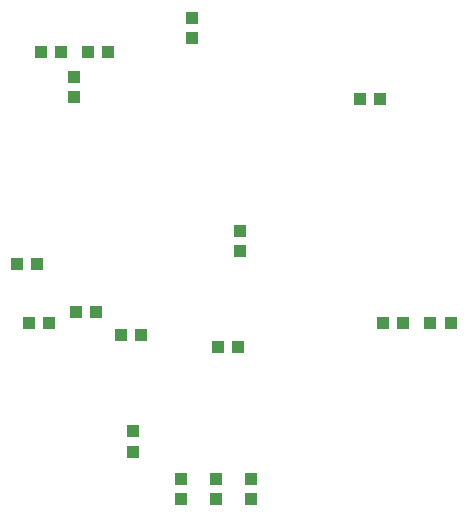
<source format=gbr>
%TF.GenerationSoftware,KiCad,Pcbnew,8.0.2*%
%TF.CreationDate,2024-09-30T18:20:34+03:00*%
%TF.ProjectId,board,626f6172-642e-46b6-9963-61645f706362,rev?*%
%TF.SameCoordinates,Original*%
%TF.FileFunction,Paste,Bot*%
%TF.FilePolarity,Positive*%
%FSLAX46Y46*%
G04 Gerber Fmt 4.6, Leading zero omitted, Abs format (unit mm)*
G04 Created by KiCad (PCBNEW 8.0.2) date 2024-09-30 18:20:34*
%MOMM*%
%LPD*%
G01*
G04 APERTURE LIST*
%ADD10R,1.000000X1.000000*%
G04 APERTURE END LIST*
D10*
%TO.C,C18*%
X154000000Y-101850000D03*
X154000000Y-100150000D03*
%TD*%
%TO.C,C17*%
X138850000Y-82000000D03*
X137150000Y-82000000D03*
%TD*%
%TO.C,C9*%
X143150000Y-64000000D03*
X144850000Y-64000000D03*
%TD*%
%TO.C,C14*%
X152000000Y-62850000D03*
X152000000Y-61150000D03*
%TD*%
%TO.C,C7*%
X156000000Y-80850000D03*
X156000000Y-79150000D03*
%TD*%
%TO.C,C11*%
X157000000Y-100150000D03*
X157000000Y-101850000D03*
%TD*%
%TO.C,C21*%
X155850000Y-89000000D03*
X154150000Y-89000000D03*
%TD*%
%TO.C,C1*%
X166150000Y-68000000D03*
X167850000Y-68000000D03*
%TD*%
%TO.C,R11*%
X139850000Y-87000000D03*
X138150000Y-87000000D03*
%TD*%
%TO.C,R15*%
X147665000Y-88000000D03*
X145965000Y-88000000D03*
%TD*%
%TO.C,C16*%
X172150000Y-87000000D03*
X173850000Y-87000000D03*
%TD*%
%TO.C,C12*%
X169850000Y-87000000D03*
X168150000Y-87000000D03*
%TD*%
%TO.C,C23*%
X142000000Y-67850000D03*
X142000000Y-66150000D03*
%TD*%
%TO.C,C20*%
X140850000Y-64000000D03*
X139150000Y-64000000D03*
%TD*%
%TO.C,C10*%
X151000000Y-100150000D03*
X151000000Y-101850000D03*
%TD*%
%TO.C,R13*%
X147000000Y-97850000D03*
X147000000Y-96150000D03*
%TD*%
%TO.C,C19*%
X142150000Y-86000000D03*
X143850000Y-86000000D03*
%TD*%
M02*

</source>
